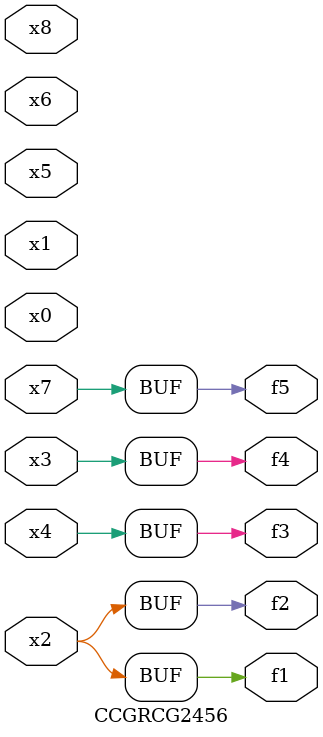
<source format=v>
module CCGRCG2456(
	input x0, x1, x2, x3, x4, x5, x6, x7, x8,
	output f1, f2, f3, f4, f5
);
	assign f1 = x2;
	assign f2 = x2;
	assign f3 = x4;
	assign f4 = x3;
	assign f5 = x7;
endmodule

</source>
